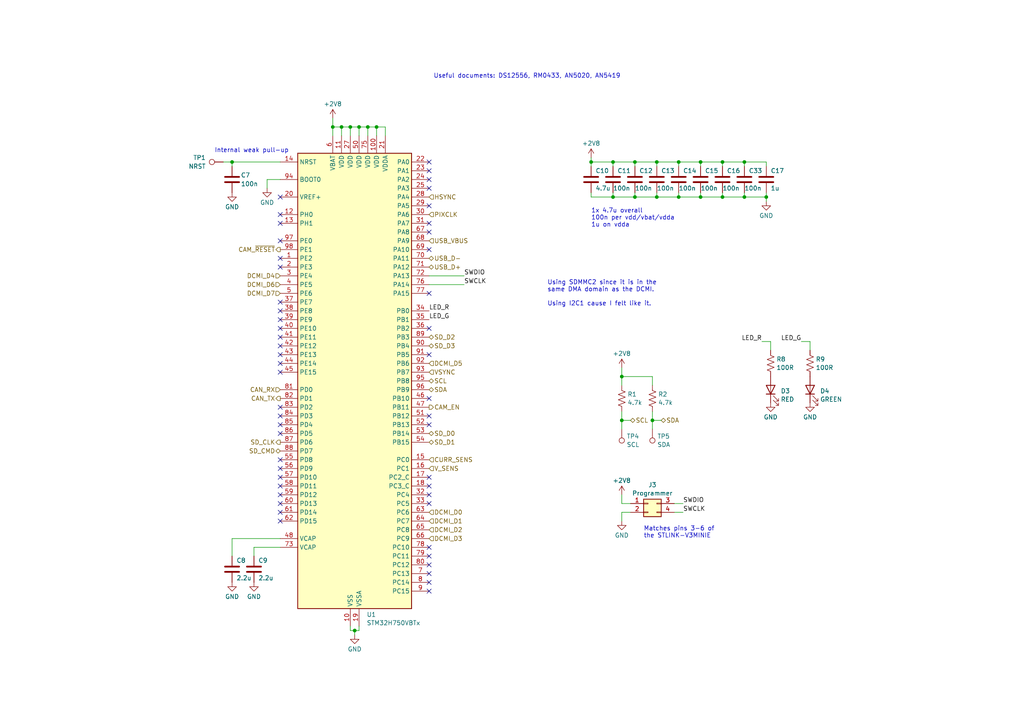
<source format=kicad_sch>
(kicad_sch (version 20230121) (generator eeschema)
  (paper "A4")
  (lib_symbols
    (symbol "Connector:TestPoint" (pin_numbers hide) (pin_names (offset 0.762) hide)
      (property "Reference" "TP" (at 0 6.858 0))
      (property "Value" "TestPoint" (at 0 5.08 0))
      (symbol "TestPoint_0_1"
        (circle (center 0 3.302) (radius 0.762))
      )
      (symbol "TestPoint_1_1"
        (pin passive line (at 0 0 90) (length 2.54) (name "1") (number "1"))
      )
    )
    (symbol "Connector_Generic:Conn_02x02_Top_Bottom" (pin_names (offset 1.016) hide)
      (property "Reference" "J" (at 1.27 2.54 0))
      (property "Value" "Conn_02x02_Top_Bottom" (at 1.27 -5.08 0))
      (symbol "Conn_02x02_Top_Bottom_1_1"
        (rectangle (start -1.27 -2.413) (end 0 -2.667) (stroke (width 0.1524)))
        (rectangle (start -1.27 0.127) (end 0 -0.127) (stroke (width 0.1524)))
        (rectangle (start -1.27 1.27) (end 3.81 -3.81) (stroke (width 0.254)) (fill (type background)))
        (rectangle (start 3.81 -2.413) (end 2.54 -2.667) (stroke (width 0.1524)))
        (rectangle (start 3.81 0.127) (end 2.54 -0.127) (stroke (width 0.1524)))
        (pin passive line (at -5.08 0 0) (length 3.81) (name "Pin_1") (number "1"))
        (pin passive line (at -5.08 -2.54 0) (length 3.81) (name "Pin_2") (number "2"))
        (pin passive line (at 7.62 0 180) (length 3.81) (name "Pin_3") (number "3"))
        (pin passive line (at 7.62 -2.54 180) (length 3.81) (name "Pin_4") (number "4"))
      )
    )
    (symbol "Device:C" (pin_numbers hide) (pin_names (offset 0.254))
      (property "Reference" "C" (at 0.635 2.54 0))
      (property "Value" "C" (at 0.635 -2.54 0))
      (symbol "C_0_1"
        (polyline (pts (xy -2.032 -0.762) (xy 2.032 -0.762)) (stroke (width 0.508)))
        (polyline (pts (xy -2.032 0.762) (xy 2.032 0.762)) (stroke (width 0.508)))
      )
      (symbol "C_1_1"
        (pin passive line (at 0 3.81 270) (length 2.794) (name "~") (number "1"))
        (pin passive line (at 0 -3.81 90) (length 2.794) (name "~") (number "2"))
      )
    )
    (symbol "Device:LED" (pin_numbers hide) (pin_names (offset 1.016) hide)
      (property "Reference" "D" (at 0 2.54 0))
      (property "Value" "LED" (at 0 -2.54 0))
      (symbol "LED_0_1"
        (polyline (pts (xy -1.27 -1.27) (xy -1.27 1.27)) (stroke (width 0.254)))
        (polyline (pts (xy -1.27 0) (xy 1.27 0)))
        (polyline (pts (xy 1.27 -1.27) (xy 1.27 1.27) (xy -1.27 0) (xy 1.27 -1.27)) (stroke (width 0.254)))
        (polyline (pts (xy -3.048 -0.762) (xy -4.572 -2.286) (xy -3.81 -2.286) (xy -4.572 -2.286) (xy -4.572 -1.524)))
        (polyline (pts (xy -1.778 -0.762) (xy -3.302 -2.286) (xy -2.54 -2.286) (xy -3.302 -2.286) (xy -3.302 -1.524)))
      )
      (symbol "LED_1_1"
        (pin passive line (at -3.81 0 0) (length 2.54) (name "K") (number "1"))
        (pin passive line (at 3.81 0 180) (length 2.54) (name "A") (number "2"))
      )
    )
    (symbol "Device:R_US" (pin_numbers hide) (pin_names (offset 0))
      (property "Reference" "R" (at 2.54 0 90))
      (property "Value" "R_US" (at -2.54 0 90))
      (symbol "R_US_0_1"
        (polyline (pts (xy 0 -2.286) (xy 0 -2.54)))
        (polyline (pts (xy 0 2.286) (xy 0 2.54)))
        (polyline (pts (xy 0 -0.762) (xy 1.016 -1.143) (xy 0 -1.524) (xy -1.016 -1.905) (xy 0 -2.286)))
        (polyline (pts (xy 0 0.762) (xy 1.016 0.381) (xy 0 0) (xy -1.016 -0.381) (xy 0 -0.762)))
        (polyline (pts (xy 0 2.286) (xy 1.016 1.905) (xy 0 1.524) (xy -1.016 1.143) (xy 0 0.762)))
      )
      (symbol "R_US_1_1"
        (pin passive line (at 0 3.81 270) (length 1.27) (name "~") (number "1"))
        (pin passive line (at 0 -3.81 90) (length 1.27) (name "~") (number "2"))
      )
    )
    (symbol "MCU_ST_STM32H7:STM32H750VBTx"
      (property "Reference" "U" (at -15.24 67.31 0))
      (property "Value" "STM32H750VBTx" (at 12.7 67.31 0))
      (symbol "STM32H750VBTx_0_1"
        (rectangle (start -15.24 -66.04) (end 17.78 66.04) (stroke (width 0.254)) (fill (type background)))
      )
      (symbol "STM32H750VBTx_1_1"
        (pin bidirectional line (at -20.32 35.56 0) (length 5.08) (name "PE2") (number "1"))
        (pin power_in line (at 0 -71.12 90) (length 5.08) (name "VSS") (number "10"))
        (pin power_in line (at 7.62 71.12 270) (length 5.08) (name "VDD") (number "100"))
        (pin power_in line (at -2.54 71.12 270) (length 5.08) (name "VDD") (number "11"))
        (pin bidirectional line (at -20.32 48.26 0) (length 5.08) (name "PH0") (number "12"))
        (pin bidirectional line (at -20.32 45.72 0) (length 5.08) (name "PH1") (number "13"))
        (pin input line (at -20.32 63.5 0) (length 5.08) (name "NRST") (number "14"))
        (pin bidirectional line (at 22.86 -22.86 180) (length 5.08) (name "PC0") (number "15"))
        (pin bidirectional line (at 22.86 -25.4 180) (length 5.08) (name "PC1") (number "16"))
        (pin bidirectional line (at 22.86 -27.94 180) (length 5.08) (name "PC2_C") (number "17"))
        (pin bidirectional line (at 22.86 -30.48 180) (length 5.08) (name "PC3_C") (number "18"))
        (pin power_in line (at 2.54 -71.12 90) (length 5.08) (name "VSSA") (number "19"))
        (pin bidirectional line (at -20.32 33.02 0) (length 5.08) (name "PE3") (number "2"))
        (pin input line (at -20.32 53.34 0) (length 5.08) (name "VREF+") (number "20"))
        (pin power_in line (at 10.16 71.12 270) (length 5.08) (name "VDDA") (number "21"))
        (pin bidirectional line (at 22.86 63.5 180) (length 5.08) (name "PA0") (number "22"))
        (pin bidirectional line (at 22.86 60.96 180) (length 5.08) (name "PA1") (number "23"))
        (pin bidirectional line (at 22.86 58.42 180) (length 5.08) (name "PA2") (number "24"))
        (pin bidirectional line (at 22.86 55.88 180) (length 5.08) (name "PA3") (number "25"))
        (pin passive line (at 0 -71.12 90) (length 5.08) hide (name "VSS") (number "26"))
        (pin power_in line (at 0 71.12 270) (length 5.08) (name "VDD") (number "27"))
        (pin bidirectional line (at 22.86 53.34 180) (length 5.08) (name "PA4") (number "28"))
        (pin bidirectional line (at 22.86 50.8 180) (length 5.08) (name "PA5") (number "29"))
        (pin bidirectional line (at -20.32 30.48 0) (length 5.08) (name "PE4") (number "3"))
        (pin bidirectional line (at 22.86 48.26 180) (length 5.08) (name "PA6") (number "30"))
        (pin bidirectional line (at 22.86 45.72 180) (length 5.08) (name "PA7") (number "31"))
        (pin bidirectional line (at 22.86 -33.02 180) (length 5.08) (name "PC4") (number "32"))
        (pin bidirectional line (at 22.86 -35.56 180) (length 5.08) (name "PC5") (number "33"))
        (pin bidirectional line (at 22.86 20.32 180) (length 5.08) (name "PB0") (number "34"))
        (pin bidirectional line (at 22.86 17.78 180) (length 5.08) (name "PB1") (number "35"))
        (pin bidirectional line (at 22.86 15.24 180) (length 5.08) (name "PB2") (number "36"))
        (pin bidirectional line (at -20.32 22.86 0) (length 5.08) (name "PE7") (number "37"))
        (pin bidirectional line (at -20.32 20.32 0) (length 5.08) (name "PE8") (number "38"))
        (pin bidirectional line (at -20.32 17.78 0) (length 5.08) (name "PE9") (number "39"))
        (pin bidirectional line (at -20.32 27.94 0) (length 5.08) (name "PE5") (number "4"))
        (pin bidirectional line (at -20.32 15.24 0) (length 5.08) (name "PE10") (number "40"))
        (pin bidirectional line (at -20.32 12.7 0) (length 5.08) (name "PE11") (number "41"))
        (pin bidirectional line (at -20.32 10.16 0) (length 5.08) (name "PE12") (number "42"))
        (pin bidirectional line (at -20.32 7.62 0) (length 5.08) (name "PE13") (number "43"))
        (pin bidirectional line (at -20.32 5.08 0) (length 5.08) (name "PE14") (number "44"))
        (pin bidirectional line (at -20.32 2.54 0) (length 5.08) (name "PE15") (number "45"))
        (pin bidirectional line (at 22.86 -5.08 180) (length 5.08) (name "PB10") (number "46"))
        (pin bidirectional line (at 22.86 -7.62 180) (length 5.08) (name "PB11") (number "47"))
        (pin power_out line (at -20.32 -45.72 0) (length 5.08) (name "VCAP") (number "48"))
        (pin passive line (at 0 -71.12 90) (length 5.08) hide (name "VSS") (number "49"))
        (pin bidirectional line (at -20.32 25.4 0) (length 5.08) (name "PE6") (number "5"))
        (pin power_in line (at 2.54 71.12 270) (length 5.08) (name "VDD") (number "50"))
        (pin bidirectional line (at 22.86 -10.16 180) (length 5.08) (name "PB12") (number "51"))
        (pin bidirectional line (at 22.86 -12.7 180) (length 5.08) (name "PB13") (number "52"))
        (pin bidirectional line (at 22.86 -15.24 180) (length 5.08) (name "PB14") (number "53"))
        (pin bidirectional line (at 22.86 -17.78 180) (length 5.08) (name "PB15") (number "54"))
        (pin bidirectional line (at -20.32 -22.86 0) (length 5.08) (name "PD8") (number "55"))
        (pin bidirectional line (at -20.32 -25.4 0) (length 5.08) (name "PD9") (number "56"))
        (pin bidirectional line (at -20.32 -27.94 0) (length 5.08) (name "PD10") (number "57"))
        (pin bidirectional line (at -20.32 -30.48 0) (length 5.08) (name "PD11") (number "58"))
        (pin bidirectional line (at -20.32 -33.02 0) (length 5.08) (name "PD12") (number "59"))
        (pin power_in line (at -5.08 71.12 270) (length 5.08) (name "VBAT") (number "6"))
        (pin bidirectional line (at -20.32 -35.56 0) (length 5.08) (name "PD13") (number "60"))
        (pin bidirectional line (at -20.32 -38.1 0) (length 5.08) (name "PD14") (number "61"))
        (pin bidirectional line (at -20.32 -40.64 0) (length 5.08) (name "PD15") (number "62"))
        (pin bidirectional line (at 22.86 -38.1 180) (length 5.08) (name "PC6") (number "63"))
        (pin bidirectional line (at 22.86 -40.64 180) (length 5.08) (name "PC7") (number "64"))
        (pin bidirectional line (at 22.86 -43.18 180) (length 5.08) (name "PC8") (number "65"))
        (pin bidirectional line (at 22.86 -45.72 180) (length 5.08) (name "PC9") (number "66"))
        (pin bidirectional line (at 22.86 43.18 180) (length 5.08) (name "PA8") (number "67"))
        (pin bidirectional line (at 22.86 40.64 180) (length 5.08) (name "PA9") (number "68"))
        (pin bidirectional line (at 22.86 38.1 180) (length 5.08) (name "PA10") (number "69"))
        (pin bidirectional line (at 22.86 -55.88 180) (length 5.08) (name "PC13") (number "7"))
        (pin bidirectional line (at 22.86 35.56 180) (length 5.08) (name "PA11") (number "70"))
        (pin bidirectional line (at 22.86 33.02 180) (length 5.08) (name "PA12") (number "71"))
        (pin bidirectional line (at 22.86 30.48 180) (length 5.08) (name "PA13") (number "72"))
        (pin power_out line (at -20.32 -48.26 0) (length 5.08) (name "VCAP") (number "73"))
        (pin passive line (at 0 -71.12 90) (length 5.08) hide (name "VSS") (number "74"))
        (pin power_in line (at 5.08 71.12 270) (length 5.08) (name "VDD") (number "75"))
        (pin bidirectional line (at 22.86 27.94 180) (length 5.08) (name "PA14") (number "76"))
        (pin bidirectional line (at 22.86 25.4 180) (length 5.08) (name "PA15") (number "77"))
        (pin bidirectional line (at 22.86 -48.26 180) (length 5.08) (name "PC10") (number "78"))
        (pin bidirectional line (at 22.86 -50.8 180) (length 5.08) (name "PC11") (number "79"))
        (pin bidirectional line (at 22.86 -58.42 180) (length 5.08) (name "PC14") (number "8"))
        (pin bidirectional line (at 22.86 -53.34 180) (length 5.08) (name "PC12") (number "80"))
        (pin bidirectional line (at -20.32 -2.54 0) (length 5.08) (name "PD0") (number "81"))
        (pin bidirectional line (at -20.32 -5.08 0) (length 5.08) (name "PD1") (number "82"))
        (pin bidirectional line (at -20.32 -7.62 0) (length 5.08) (name "PD2") (number "83"))
        (pin bidirectional line (at -20.32 -10.16 0) (length 5.08) (name "PD3") (number "84"))
        (pin bidirectional line (at -20.32 -12.7 0) (length 5.08) (name "PD4") (number "85"))
        (pin bidirectional line (at -20.32 -15.24 0) (length 5.08) (name "PD5") (number "86"))
        (pin bidirectional line (at -20.32 -17.78 0) (length 5.08) (name "PD6") (number "87"))
        (pin bidirectional line (at -20.32 -20.32 0) (length 5.08) (name "PD7") (number "88"))
        (pin bidirectional line (at 22.86 12.7 180) (length 5.08) (name "PB3") (number "89"))
        (pin bidirectional line (at 22.86 -60.96 180) (length 5.08) (name "PC15") (number "9"))
        (pin bidirectional line (at 22.86 10.16 180) (length 5.08) (name "PB4") (number "90"))
        (pin bidirectional line (at 22.86 7.62 180) (length 5.08) (name "PB5") (number "91"))
        (pin bidirectional line (at 22.86 5.08 180) (length 5.08) (name "PB6") (number "92"))
        (pin bidirectional line (at 22.86 2.54 180) (length 5.08) (name "PB7") (number "93"))
        (pin input line (at -20.32 58.42 0) (length 5.08) (name "BOOT0") (number "94"))
        (pin bidirectional line (at 22.86 0 180) (length 5.08) (name "PB8") (number "95"))
        (pin bidirectional line (at 22.86 -2.54 180) (length 5.08) (name "PB9") (number "96"))
        (pin bidirectional line (at -20.32 40.64 0) (length 5.08) (name "PE0") (number "97"))
        (pin bidirectional line (at -20.32 38.1 0) (length 5.08) (name "PE1") (number "98"))
        (pin passive line (at 0 -71.12 90) (length 5.08) hide (name "VSS") (number "99"))
      )
    )
    (symbol "power:+2V8" (power) (pin_names (offset 0))
      (property "Value" "+2V8" (at 0 3.556 0))
      (symbol "+2V8_0_1"
        (polyline (pts (xy -0.762 1.27) (xy 0 2.54)))
        (polyline (pts (xy 0 0) (xy 0 2.54)))
        (polyline (pts (xy 0 2.54) (xy 0.762 1.27)))
      )
      (symbol "+2V8_1_1"
        (pin power_in line (at 0 0 90) (length 0) hide (name "+2V8") (number "1"))
      )
    )
    (symbol "power:GND" (power) (pin_names (offset 0))
      (property "Value" "GND" (at 0 -3.81 0))
      (symbol "GND_0_1"
        (polyline (pts (xy 0 0) (xy 0 -1.27) (xy 1.27 -1.27) (xy 0 -2.54) (xy -1.27 -1.27) (xy 0 -1.27)))
      )
      (symbol "GND_1_1"
        (pin power_in line (at 0 0 270) (length 0) hide (name "GND") (number "1"))
      )
    )
  )
  (junction (at 177.8 57.15))
  (junction (at 196.85 46.99))
  (junction (at 215.9 57.15))
  (junction (at 102.87 182.88))
  (junction (at 209.55 57.15))
  (junction (at 177.8 46.99))
  (junction (at 180.34 109.22))
  (junction (at 222.25 57.15))
  (junction (at 203.2 46.99))
  (junction (at 184.15 57.15))
  (junction (at 209.55 46.99))
  (junction (at 67.31 46.99))
  (junction (at 106.68 36.83))
  (junction (at 99.06 36.83))
  (junction (at 104.14 36.83))
  (junction (at 189.23 121.92))
  (junction (at 101.6 36.83))
  (junction (at 109.22 36.83))
  (junction (at 171.45 46.99))
  (junction (at 190.5 57.15))
  (junction (at 215.9 46.99))
  (junction (at 190.5 46.99))
  (junction (at 96.52 36.83))
  (junction (at 184.15 46.99))
  (junction (at 196.85 57.15))
  (junction (at 203.2 57.15))
  (junction (at 180.34 121.92))
  (no_connect (at 124.46 163.83))
  (no_connect (at 124.46 85.09))
  (no_connect (at 81.28 123.19))
  (no_connect (at 124.46 168.91))
  (no_connect (at 124.46 95.25))
  (no_connect (at 124.46 67.31))
  (no_connect (at 81.28 77.47))
  (no_connect (at 124.46 146.05))
  (no_connect (at 81.28 90.17))
  (no_connect (at 81.28 120.65))
  (no_connect (at 124.46 171.45))
  (no_connect (at 124.46 120.65))
  (no_connect (at 81.28 102.87))
  (no_connect (at 81.28 138.43))
  (no_connect (at 81.28 100.33))
  (no_connect (at 81.28 95.25))
  (no_connect (at 124.46 143.51))
  (no_connect (at 124.46 49.53))
  (no_connect (at 81.28 125.73))
  (no_connect (at 81.28 135.89))
  (no_connect (at 81.28 151.13))
  (no_connect (at 124.46 140.97))
  (no_connect (at 81.28 133.35))
  (no_connect (at 124.46 52.07))
  (no_connect (at 81.28 92.71))
  (no_connect (at 124.46 64.77))
  (no_connect (at 124.46 54.61))
  (no_connect (at 124.46 161.29))
  (no_connect (at 124.46 59.69))
  (no_connect (at 81.28 105.41))
  (no_connect (at 81.28 97.79))
  (no_connect (at 81.28 143.51))
  (no_connect (at 81.28 107.95))
  (no_connect (at 124.46 166.37))
  (no_connect (at 124.46 102.87))
  (no_connect (at 81.28 118.11))
  (no_connect (at 81.28 74.93))
  (no_connect (at 81.28 140.97))
  (no_connect (at 124.46 123.19))
  (no_connect (at 124.46 158.75))
  (no_connect (at 124.46 72.39))
  (no_connect (at 124.46 115.57))
  (no_connect (at 81.28 62.23))
  (no_connect (at 81.28 57.15))
  (no_connect (at 81.28 148.59))
  (no_connect (at 81.28 64.77))
  (no_connect (at 81.28 87.63))
  (no_connect (at 124.46 46.99))
  (no_connect (at 81.28 146.05))
  (no_connect (at 124.46 138.43))
  (no_connect (at 81.28 69.85))
  (wire (pts (xy 203.2 46.99) (xy 203.2 48.26)))
  (wire (pts (xy 111.76 36.83) (xy 109.22 36.83)))
  (wire (pts (xy 190.5 46.99) (xy 190.5 48.26)))
  (wire (pts (xy 102.87 182.88) (xy 104.14 182.88)))
  (wire (pts (xy 180.34 109.22) (xy 189.23 109.22)))
  (wire (pts (xy 171.45 46.99) (xy 177.8 46.99)))
  (wire (pts (xy 180.34 121.92) (xy 180.34 124.46)))
  (wire (pts (xy 180.34 121.92) (xy 180.34 119.38)))
  (wire (pts (xy 171.45 55.88) (xy 171.45 57.15)))
  (wire (pts (xy 111.76 39.37) (xy 111.76 36.83)))
  (wire (pts (xy 189.23 109.22) (xy 189.23 111.76)))
  (wire (pts (xy 101.6 182.88) (xy 102.87 182.88)))
  (wire (pts (xy 81.28 46.99) (xy 67.31 46.99)))
  (wire (pts (xy 101.6 36.83) (xy 104.14 36.83)))
  (wire (pts (xy 96.52 39.37) (xy 96.52 36.83)))
  (wire (pts (xy 190.5 57.15) (xy 190.5 55.88)))
  (wire (pts (xy 198.12 146.05) (xy 195.58 146.05)))
  (wire (pts (xy 203.2 46.99) (xy 209.55 46.99)))
  (wire (pts (xy 196.85 57.15) (xy 196.85 55.88)))
  (wire (pts (xy 189.23 121.92) (xy 189.23 119.38)))
  (wire (pts (xy 215.9 46.99) (xy 222.25 46.99)))
  (wire (pts (xy 198.12 148.59) (xy 195.58 148.59)))
  (wire (pts (xy 81.28 52.07) (xy 77.47 52.07)))
  (wire (pts (xy 234.95 99.06) (xy 234.95 101.6)))
  (wire (pts (xy 73.66 158.75) (xy 81.28 158.75)))
  (wire (pts (xy 184.15 57.15) (xy 184.15 55.88)))
  (wire (pts (xy 77.47 52.07) (xy 77.47 54.61)))
  (wire (pts (xy 203.2 57.15) (xy 203.2 55.88)))
  (wire (pts (xy 102.87 182.88) (xy 102.87 184.15)))
  (wire (pts (xy 190.5 57.15) (xy 196.85 57.15)))
  (wire (pts (xy 222.25 46.99) (xy 222.25 48.26)))
  (wire (pts (xy 215.9 57.15) (xy 215.9 55.88)))
  (wire (pts (xy 184.15 46.99) (xy 184.15 48.26)))
  (wire (pts (xy 67.31 46.99) (xy 67.31 48.26)))
  (wire (pts (xy 177.8 57.15) (xy 177.8 55.88)))
  (wire (pts (xy 222.25 55.88) (xy 222.25 57.15)))
  (wire (pts (xy 134.62 82.55) (xy 124.46 82.55)))
  (wire (pts (xy 180.34 151.13) (xy 180.34 148.59)))
  (wire (pts (xy 190.5 46.99) (xy 196.85 46.99)))
  (wire (pts (xy 104.14 36.83) (xy 104.14 39.37)))
  (wire (pts (xy 134.62 80.01) (xy 124.46 80.01)))
  (wire (pts (xy 177.8 46.99) (xy 184.15 46.99)))
  (wire (pts (xy 191.77 121.92) (xy 189.23 121.92)))
  (wire (pts (xy 184.15 57.15) (xy 190.5 57.15)))
  (wire (pts (xy 177.8 46.99) (xy 177.8 48.26)))
  (wire (pts (xy 109.22 36.83) (xy 109.22 39.37)))
  (wire (pts (xy 180.34 106.68) (xy 180.34 109.22)))
  (wire (pts (xy 222.25 57.15) (xy 222.25 58.42)))
  (wire (pts (xy 101.6 181.61) (xy 101.6 182.88)))
  (wire (pts (xy 180.34 148.59) (xy 182.88 148.59)))
  (wire (pts (xy 171.45 48.26) (xy 171.45 46.99)))
  (wire (pts (xy 189.23 121.92) (xy 189.23 124.46)))
  (wire (pts (xy 196.85 46.99) (xy 196.85 48.26)))
  (wire (pts (xy 209.55 46.99) (xy 215.9 46.99)))
  (wire (pts (xy 99.06 36.83) (xy 99.06 39.37)))
  (wire (pts (xy 180.34 146.05) (xy 182.88 146.05)))
  (wire (pts (xy 196.85 46.99) (xy 203.2 46.99)))
  (wire (pts (xy 104.14 36.83) (xy 106.68 36.83)))
  (wire (pts (xy 180.34 109.22) (xy 180.34 111.76)))
  (wire (pts (xy 209.55 57.15) (xy 215.9 57.15)))
  (wire (pts (xy 215.9 57.15) (xy 222.25 57.15)))
  (wire (pts (xy 64.77 46.99) (xy 67.31 46.99)))
  (wire (pts (xy 101.6 36.83) (xy 101.6 39.37)))
  (wire (pts (xy 171.45 57.15) (xy 177.8 57.15)))
  (wire (pts (xy 223.52 99.06) (xy 223.52 101.6)))
  (wire (pts (xy 171.45 45.72) (xy 171.45 46.99)))
  (wire (pts (xy 106.68 36.83) (xy 109.22 36.83)))
  (wire (pts (xy 104.14 181.61) (xy 104.14 182.88)))
  (wire (pts (xy 67.31 156.21) (xy 81.28 156.21)))
  (wire (pts (xy 96.52 36.83) (xy 99.06 36.83)))
  (wire (pts (xy 182.88 121.92) (xy 180.34 121.92)))
  (wire (pts (xy 215.9 46.99) (xy 215.9 48.26)))
  (wire (pts (xy 73.66 161.29) (xy 73.66 158.75)))
  (wire (pts (xy 196.85 57.15) (xy 203.2 57.15)))
  (wire (pts (xy 180.34 143.51) (xy 180.34 146.05)))
  (wire (pts (xy 177.8 57.15) (xy 184.15 57.15)))
  (wire (pts (xy 106.68 36.83) (xy 106.68 39.37)))
  (wire (pts (xy 184.15 46.99) (xy 190.5 46.99)))
  (wire (pts (xy 203.2 57.15) (xy 209.55 57.15)))
  (wire (pts (xy 220.98 99.06) (xy 223.52 99.06)))
  (wire (pts (xy 67.31 161.29) (xy 67.31 156.21)))
  (wire (pts (xy 209.55 57.15) (xy 209.55 55.88)))
  (wire (pts (xy 209.55 46.99) (xy 209.55 48.26)))
  (wire (pts (xy 96.52 34.29) (xy 96.52 36.83)))
  (wire (pts (xy 99.06 36.83) (xy 101.6 36.83)))
  (wire (pts (xy 232.41 99.06) (xy 234.95 99.06)))
  (text "1x 4.7u overall\n100n per vdd/vbat/vdda\n1u on vdda" (at 171.45 66.04 0) (effects (font (size 1.27 1.27)) (justify left bottom)))
  (text "Matches pins 3-6 of\nthe STLINK-V3MINIE" (at 186.69 156.21 0) (effects (font (size 1.27 1.27)) (justify left bottom)))
  (text "Useful documents: DS12556, RM0433, AN5020, AN5419" (at 125.73 22.86 0) (effects (font (size 1.27 1.27)) (justify left bottom)))
  (text "Using SDMMC2 since it is in the\nsame DMA domain as the DCMI.\n\nUsing I2C1 cause I felt like it." (at 158.75 88.9 0) (effects (font (size 1.27 1.27)) (justify left bottom)))
  (text "Internal weak pull-up" (at 62.23 44.45 0) (effects (font (size 1.27 1.27)) (justify left bottom)))
  (label "SWDIO" (at 198.12 146.05 0))
  (label "LED_G" (at 124.46 92.71 0))
  (label "SWCLK" (at 134.62 82.55 0))
  (label "LED_R" (at 220.98 99.06 180))
  (label "SWCLK" (at 198.12 148.59 0))
  (label "SWDIO" (at 134.62 80.01 0))
  (label "LED_R" (at 124.46 90.17 0))
  (label "LED_G" (at 232.41 99.06 180))
  (hierarchical_label "SCL" (shape bidirectional) (at 182.88 121.92 0))
  (hierarchical_label "PIXCLK" (shape input) (at 124.46 62.23 0))
  (hierarchical_label "SD_D0" (shape bidirectional) (at 124.46 125.73 0))
  (hierarchical_label "DCMI_D2" (shape input) (at 124.46 153.67 0))
  (hierarchical_label "SD_D1" (shape bidirectional) (at 124.46 128.27 0))
  (hierarchical_label "SD_D2" (shape bidirectional) (at 124.46 97.79 0))
  (hierarchical_label "SD_CLK" (shape output) (at 81.28 128.27 180))
  (hierarchical_label "DCMI_D3" (shape input) (at 124.46 156.21 0))
  (hierarchical_label "USB_D-" (shape bidirectional) (at 124.46 74.93 0))
  (hierarchical_label "CURR_SENS" (shape input) (at 124.46 133.35 0))
  (hierarchical_label "USB_VBUS" (shape input) (at 124.46 69.85 0))
  (hierarchical_label "DCMI_D1" (shape input) (at 124.46 151.13 0))
  (hierarchical_label "SDA" (shape bidirectional) (at 124.46 113.03 0))
  (hierarchical_label "V_SENS" (shape input) (at 124.46 135.89 0))
  (hierarchical_label "SD_D3" (shape bidirectional) (at 124.46 100.33 0))
  (hierarchical_label "CAN_TX" (shape output) (at 81.28 115.57 180))
  (hierarchical_label "DCMI_D0" (shape input) (at 124.46 148.59 0))
  (hierarchical_label "SCL" (shape bidirectional) (at 124.46 110.49 0))
  (hierarchical_label "HSYNC" (shape input) (at 124.46 57.15 0))
  (hierarchical_label "CAM_~{RESET}" (shape output) (at 81.28 72.39 180))
  (hierarchical_label "CAN_RX" (shape input) (at 81.28 113.03 180))
  (hierarchical_label "DCMI_D5" (shape input) (at 124.46 105.41 0))
  (hierarchical_label "CAM_EN" (shape output) (at 124.46 118.11 0))
  (hierarchical_label "DCMI_D4" (shape input) (at 81.28 80.01 180))
  (hierarchical_label "USB_D+" (shape bidirectional) (at 124.46 77.47 0))
  (hierarchical_label "DCMI_D6" (shape input) (at 81.28 82.55 180))
  (hierarchical_label "SDA" (shape bidirectional) (at 191.77 121.92 0))
  (hierarchical_label "DCMI_D7" (shape input) (at 81.28 85.09 180))
  (hierarchical_label "SD_CMD" (shape bidirectional) (at 81.28 130.81 180))
  (hierarchical_label "VSYNC" (shape input) (at 124.46 107.95 0))
  (symbol (lib_id "power:GND") (at 180.34 151.13 0) (unit 1)
    (property "Reference" "#PWR032" (effects hide))
    (property "Value" "GND" (at 180.34 155.2631 0))
  )
  (symbol (lib_id "Device:LED") (at 234.95 113.03 90) (unit 1)
    (property "Reference" "D4" (at 237.871 113.4054 90) (effects (justify right)))
    (property "Value" "GREEN" (at 237.871 115.8296 90) (effects (justify right)))
    (property "Footprint" "LED_SMD:LED_1206_3216Metric_Pad1.42x1.75mm_HandSolder" (effects hide))
  )
  (symbol (lib_id "power:+2V8") (at 96.52 34.29 0) (unit 1)
    (property "Reference" "#PWR027" (effects hide))
    (property "Value" "+2V8" (at 96.52 30.1569 0))
  )
  (symbol (lib_id "power:GND") (at 222.25 58.42 0) (unit 1)
    (property "Reference" "#PWR033" (effects hide))
    (property "Value" "GND" (at 222.25 62.5531 0))
  )
  (symbol (lib_id "Device:C") (at 177.8 52.07 0) (unit 1)
    (property "Reference" "C11" (at 179.07 49.53 0) (effects (justify left)))
    (property "Value" "100n" (at 177.8 54.61 0) (effects (justify left)))
    (property "Footprint" "Capacitor_SMD:C_0805_2012Metric_Pad1.18x1.45mm_HandSolder" (effects hide))
  )
  (symbol (lib_id "power:+2V8") (at 180.34 106.68 0) (unit 1)
    (property "Reference" "#PWR030" (effects hide))
    (property "Value" "+2V8" (at 180.34 102.5469 0))
  )
  (symbol (lib_id "Device:LED") (at 223.52 113.03 90) (unit 1)
    (property "Reference" "D3" (at 226.441 113.4054 90) (effects (justify right)))
    (property "Value" "RED" (at 226.441 115.8296 90) (effects (justify right)))
    (property "Footprint" "LED_SMD:LED_1206_3216Metric_Pad1.42x1.75mm_HandSolder" (effects hide))
  )
  (symbol (lib_id "Device:C") (at 215.9 52.07 0) (unit 1)
    (property "Reference" "C33" (at 217.17 49.53 0) (effects (justify left)))
    (property "Value" "100n" (at 215.9 54.61 0) (effects (justify left)))
    (property "Footprint" "Capacitor_SMD:C_0805_2012Metric_Pad1.18x1.45mm_HandSolder" (effects hide))
  )
  (symbol (lib_id "power:GND") (at 67.31 55.88 0) (unit 1)
    (property "Reference" "#PWR024" (effects hide))
    (property "Value" "GND" (at 67.31 60.0131 0))
  )
  (symbol (lib_id "Connector_Generic:Conn_02x02_Top_Bottom") (at 187.96 146.05 0) (unit 1)
    (property "Reference" "J3" (at 189.23 140.6357 0))
    (property "Value" "Programmer" (at 189.23 143.0599 0))
    (property "Footprint" "Connector_PinSocket_1.27mm:PinSocket_2x02_P1.27mm_Vertical_SMD" (effects hide))
  )
  (symbol (lib_id "Device:C") (at 190.5 52.07 0) (unit 1)
    (property "Reference" "C13" (at 191.77 49.53 0) (effects (justify left)))
    (property "Value" "100n" (at 190.5 54.61 0) (effects (justify left)))
    (property "Footprint" "Capacitor_SMD:C_0805_2012Metric_Pad1.18x1.45mm_HandSolder" (effects hide))
  )
  (symbol (lib_id "power:GND") (at 77.47 54.61 0) (unit 1)
    (property "Reference" "#PWR026" (effects hide))
    (property "Value" "GND" (at 77.47 58.7431 0))
  )
  (symbol (lib_id "Device:C") (at 67.31 165.1 0) (unit 1)
    (property "Reference" "C8" (at 68.58 162.56 0) (effects (justify left)))
    (property "Value" "2.2u" (at 68.58 167.64 0) (effects (justify left)))
    (property "Footprint" "Capacitor_SMD:C_0805_2012Metric_Pad1.18x1.45mm_HandSolder" (effects hide))
  )
  (symbol (lib_id "Device:C") (at 73.66 165.1 0) (unit 1)
    (property "Reference" "C9" (at 74.93 162.56 0) (effects (justify left)))
    (property "Value" "2.2u" (at 74.93 167.64 0) (effects (justify left)))
    (property "Footprint" "Capacitor_SMD:C_0805_2012Metric_Pad1.18x1.45mm_HandSolder" (effects hide))
  )
  (symbol (lib_id "Device:C") (at 203.2 52.07 0) (unit 1)
    (property "Reference" "C15" (at 204.47 49.53 0) (effects (justify left)))
    (property "Value" "100n" (at 203.2 54.61 0) (effects (justify left)))
    (property "Footprint" "Capacitor_SMD:C_0805_2012Metric_Pad1.18x1.45mm_HandSolder" (effects hide))
  )
  (symbol (lib_id "Connector:TestPoint") (at 180.34 124.46 180) (unit 1)
    (property "Reference" "TP4" (at 181.737 126.5499 0) (effects (justify right)))
    (property "Value" "SCL" (at 181.737 128.9741 0) (effects (justify right)))
    (property "Footprint" "TestPoint:TestPoint_THTPad_2.0x2.0mm_Drill1.0mm" (effects hide))
  )
  (symbol (lib_id "power:+2V8") (at 180.34 143.51 0) (unit 1)
    (property "Reference" "#PWR031" (effects hide))
    (property "Value" "+2V8" (at 180.34 139.3769 0))
  )
  (symbol (lib_id "power:GND") (at 234.95 116.84 0) (unit 1)
    (property "Reference" "#PWR035" (effects hide))
    (property "Value" "GND" (at 234.95 120.9731 0))
  )
  (symbol (lib_id "power:+2V8") (at 171.45 45.72 0) (unit 1)
    (property "Reference" "#PWR029" (effects hide))
    (property "Value" "+2V8" (at 171.45 41.5869 0))
  )
  (symbol (lib_id "Device:R_US") (at 189.23 115.57 0) (unit 1)
    (property "Reference" "R2" (at 190.881 114.3579 0) (effects (justify left)))
    (property "Value" "4.7k" (at 190.881 116.7821 0) (effects (justify left)))
    (property "Footprint" "Resistor_SMD:R_0805_2012Metric_Pad1.20x1.40mm_HandSolder" (effects hide))
    (instances (project "camera" (path "" (reference "R2") (unit 1)) (path "" (reference "R7") (unit 1))))
  )
  (symbol (lib_id "Device:R_US") (at 234.95 105.41 0) (unit 1)
    (property "Reference" "R9" (at 236.601 104.1979 0) (effects (justify left)))
    (property "Value" "100R" (at 236.601 106.6221 0) (effects (justify left)))
    (property "Footprint" "Resistor_SMD:R_0805_2012Metric_Pad1.20x1.40mm_HandSolder" (effects hide))
  )
  (symbol (lib_id "Device:C") (at 171.45 52.07 0) (unit 1)
    (property "Reference" "C10" (at 172.72 49.53 0) (effects (justify left)))
    (property "Value" "4.7u" (at 172.72 54.61 0) (effects (justify left)))
    (property "Footprint" "Capacitor_SMD:C_0805_2012Metric_Pad1.18x1.45mm_HandSolder" (effects hide))
  )
  (symbol (lib_id "power:GND") (at 223.52 116.84 0) (unit 1)
    (property "Reference" "#PWR034" (effects hide))
    (property "Value" "GND" (at 223.52 120.9731 0))
  )
  (symbol (lib_id "Device:C") (at 222.25 52.07 0) (unit 1)
    (property "Reference" "C17" (at 223.52 49.53 0) (effects (justify left)))
    (property "Value" "1u" (at 223.52 54.61 0) (effects (justify left)))
    (property "Footprint" "Capacitor_SMD:C_0805_2012Metric_Pad1.18x1.45mm_HandSolder" (effects hide))
  )
  (symbol (lib_id "MCU_ST_STM32H7:STM32H750VBTx") (at 101.6 110.49 0) (unit 1)
    (property "Reference" "U1" (at 106.3341 178.2501 0) (effects (justify left)))
    (property "Value" "STM32H750VBTx" (at 106.3341 180.6743 0) (effects (justify left)))
    (property "Footprint" "Package_QFP:LQFP-100_14x14mm_P0.5mm" (effects hide))
    (property "Datasheet" "https://www.st.com/resource/en/datasheet/stm32h750vb.pdf" (effects hide))
    (instances (project "camera" (path "" (reference "U1") (unit 1)) (path "" (reference "U4") (unit 1))))
  )
  (symbol (lib_id "Device:C") (at 209.55 52.07 0) (unit 1)
    (property "Reference" "C16" (at 210.82 49.53 0) (effects (justify left)))
    (property "Value" "100n" (at 209.55 54.61 0) (effects (justify left)))
    (property "Footprint" "Capacitor_SMD:C_0805_2012Metric_Pad1.18x1.45mm_HandSolder" (effects hide))
  )
  (symbol (lib_id "Device:R_US") (at 180.34 115.57 0) (unit 1)
    (property "Reference" "R1" (at 181.991 114.3579 0) (effects (justify left)))
    (property "Value" "4.7k" (at 181.991 116.7821 0) (effects (justify left)))
    (property "Footprint" "Resistor_SMD:R_0805_2012Metric_Pad1.20x1.40mm_HandSolder" (effects hide))
    (instances (project "camera" (path "" (reference "R1") (unit 1)) (path "" (reference "R6") (unit 1))))
  )
  (symbol (lib_id "power:GND") (at 73.66 168.91 0) (unit 1)
    (property "Reference" "#PWR065" (effects hide))
    (property "Value" "GND" (at 73.66 173.0431 0))
  )
  (symbol (lib_id "Connector:TestPoint") (at 189.23 124.46 180) (unit 1)
    (property "Reference" "TP5" (at 190.627 126.5499 0) (effects (justify right)))
    (property "Value" "SDA" (at 190.627 128.9741 0) (effects (justify right)))
    (property "Footprint" "TestPoint:TestPoint_THTPad_2.0x2.0mm_Drill1.0mm" (effects hide))
  )
  (symbol (lib_id "Device:C") (at 184.15 52.07 0) (unit 1)
    (property "Reference" "C12" (at 185.42 49.53 0) (effects (justify left)))
    (property "Value" "100n" (at 184.15 54.61 0) (effects (justify left)))
    (property "Footprint" "Capacitor_SMD:C_0805_2012Metric_Pad1.18x1.45mm_HandSolder" (effects hide))
  )
  (symbol (lib_id "Device:R_US") (at 223.52 105.41 0) (unit 1)
    (property "Reference" "R8" (at 225.171 104.1979 0) (effects (justify left)))
    (property "Value" "100R" (at 225.171 106.6221 0) (effects (justify left)))
    (property "Footprint" "Resistor_SMD:R_0805_2012Metric_Pad1.20x1.40mm_HandSolder" (effects hide))
  )
  (symbol (lib_id "Device:C") (at 67.31 52.07 0) (unit 1)
    (property "Reference" "C7" (at 69.85 50.8 0) (effects (justify left)))
    (property "Value" "100n" (at 69.85 53.34 0) (effects (justify left)))
    (property "Footprint" "Capacitor_SMD:C_0805_2012Metric_Pad1.18x1.45mm_HandSolder" (effects hide))
  )
  (symbol (lib_id "power:GND") (at 67.31 168.91 0) (unit 1)
    (property "Reference" "#PWR025" (effects hide))
    (property "Value" "GND" (at 67.31 173.0431 0))
  )
  (symbol (lib_id "power:GND") (at 102.87 184.15 0) (unit 1)
    (property "Reference" "#PWR028" (effects hide))
    (property "Value" "GND" (at 102.87 188.2831 0))
  )
  (symbol (lib_id "Device:C") (at 196.85 52.07 0) (unit 1)
    (property "Reference" "C14" (at 198.12 49.53 0) (effects (justify left)))
    (property "Value" "100n" (at 196.85 54.61 0) (effects (justify left)))
    (property "Footprint" "Capacitor_SMD:C_0805_2012Metric_Pad1.18x1.45mm_HandSolder" (effects hide))
  )
  (symbol (lib_id "Connector:TestPoint") (at 64.77 46.99 90) (unit 1)
    (property "Reference" "TP1" (at 59.69 45.72 90) (effects (justify left)))
    (property "Value" "NRST" (at 59.69 48.26 90) (effects (justify left)))
    (property "Footprint" "TestPoint:TestPoint_THTPad_2.0x2.0mm_Drill1.0mm" (effects hide))
  )
)
</source>
